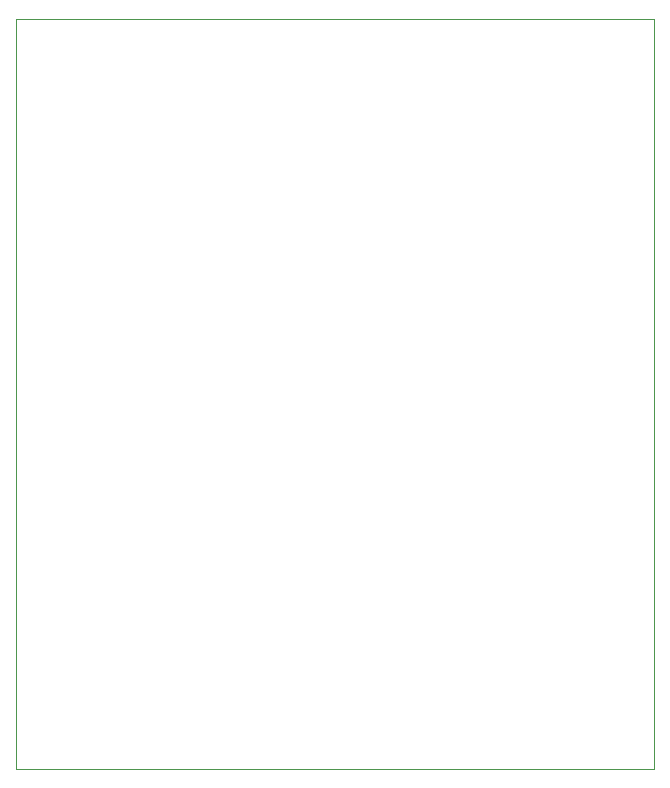
<source format=gm1>
%TF.GenerationSoftware,KiCad,Pcbnew,5.1.12-84ad8e8a86~92~ubuntu20.04.1*%
%TF.CreationDate,2022-01-12T20:25:55+11:00*%
%TF.ProjectId,aquaponics-1,61717561-706f-46e6-9963-732d312e6b69,rev?*%
%TF.SameCoordinates,Original*%
%TF.FileFunction,Profile,NP*%
%FSLAX46Y46*%
G04 Gerber Fmt 4.6, Leading zero omitted, Abs format (unit mm)*
G04 Created by KiCad (PCBNEW 5.1.12-84ad8e8a86~92~ubuntu20.04.1) date 2022-01-12 20:25:55*
%MOMM*%
%LPD*%
G01*
G04 APERTURE LIST*
%TA.AperFunction,Profile*%
%ADD10C,0.050000*%
%TD*%
G04 APERTURE END LIST*
D10*
X18415000Y-77470000D02*
X18415000Y-13970000D01*
X72390000Y-77470000D02*
X18415000Y-77470000D01*
X72390000Y-13970000D02*
X72390000Y-77470000D01*
X18415000Y-13970000D02*
X72390000Y-13970000D01*
M02*

</source>
